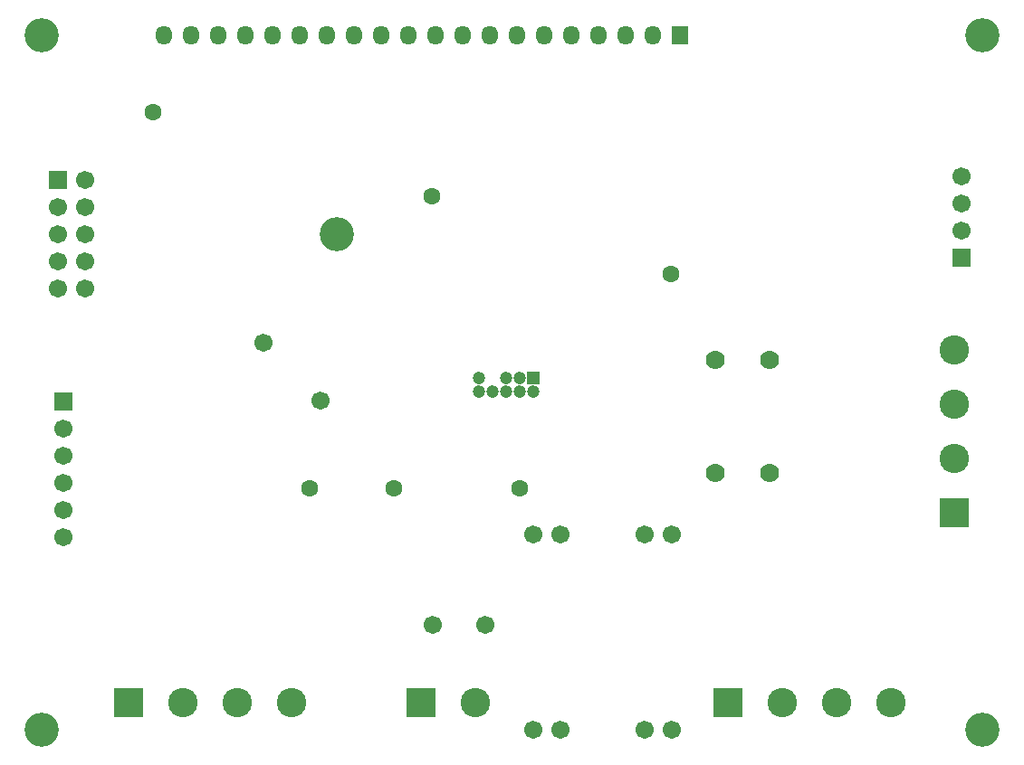
<source format=gbs>
G04 Layer_Color=16711935*
%FSLAX23Y23*%
%MOIN*%
G70*
G01*
G75*
%ADD73C,0.067*%
%ADD74C,0.063*%
%ADD75R,0.067X0.067*%
%ADD76C,0.126*%
%ADD77O,0.059X0.071*%
%ADD78R,0.059X0.071*%
%ADD79C,0.070*%
%ADD80C,0.047*%
%ADD81R,0.047X0.047*%
%ADD82C,0.108*%
%ADD83R,0.108X0.108*%
%ADD84R,0.108X0.108*%
D73*
X-97Y-895D02*
D03*
X-293D02*
D03*
X488Y-1280D02*
D03*
X78D02*
D03*
X488Y-560D02*
D03*
X78D02*
D03*
X178D02*
D03*
X588D02*
D03*
X178Y-1280D02*
D03*
X588D02*
D03*
X-1570Y745D02*
D03*
X-1670Y645D02*
D03*
X-1570D02*
D03*
X-1670Y545D02*
D03*
X-1570D02*
D03*
X-1670Y445D02*
D03*
X-1570D02*
D03*
Y345D02*
D03*
X-1670D02*
D03*
X-1650Y-170D02*
D03*
Y-270D02*
D03*
Y-370D02*
D03*
Y-470D02*
D03*
Y-570D02*
D03*
X1655Y560D02*
D03*
Y660D02*
D03*
Y760D02*
D03*
X-916Y146D02*
D03*
X-704Y-66D02*
D03*
D74*
X-295Y685D02*
D03*
X585Y399D02*
D03*
X-745Y-390D02*
D03*
X-1320Y995D02*
D03*
X-435Y-390D02*
D03*
X30D02*
D03*
D75*
X-1670Y745D02*
D03*
X-1650Y-70D02*
D03*
X1655Y460D02*
D03*
D76*
X-644Y548D02*
D03*
X-1732Y-1280D02*
D03*
X1732D02*
D03*
Y1280D02*
D03*
X-1732D02*
D03*
D77*
X-680D02*
D03*
X520D02*
D03*
X420D02*
D03*
X320D02*
D03*
X220D02*
D03*
X120D02*
D03*
X20D02*
D03*
X-80D02*
D03*
X-180D02*
D03*
X-280D02*
D03*
X-380D02*
D03*
X-480D02*
D03*
X-580D02*
D03*
X-780D02*
D03*
X-880D02*
D03*
X-980D02*
D03*
X-1080D02*
D03*
X-1180D02*
D03*
X-1280D02*
D03*
D78*
X619D02*
D03*
D79*
X750Y-333D02*
D03*
X950D02*
D03*
X750Y82D02*
D03*
X950D02*
D03*
D80*
X-123Y-35D02*
D03*
Y15D02*
D03*
X-73Y-35D02*
D03*
X-23D02*
D03*
Y15D02*
D03*
X27Y-35D02*
D03*
Y15D02*
D03*
X77Y-35D02*
D03*
D81*
Y15D02*
D03*
D82*
X-810Y-1180D02*
D03*
X-1010D02*
D03*
X-1210D02*
D03*
X1630Y120D02*
D03*
Y-80D02*
D03*
Y-280D02*
D03*
X995Y-1180D02*
D03*
X1195D02*
D03*
X1395D02*
D03*
X-135D02*
D03*
D83*
X-1410D02*
D03*
X795D02*
D03*
X-335D02*
D03*
D84*
X1630Y-480D02*
D03*
M02*

</source>
